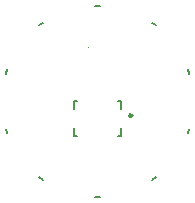
<source format=gto>
G04*
G04 #@! TF.GenerationSoftware,Altium Limited,Altium Designer,20.1.14 (287)*
G04*
G04 Layer_Color=65535*
%FSLAX43Y43*%
%MOMM*%
G71*
G04*
G04 #@! TF.SameCoordinates,4F5269AA-7076-45A1-A172-B2B228468667*
G04*
G04*
G04 #@! TF.FilePolarity,Positive*
G04*
G01*
G75*
%ADD10C,0.250*%
%ADD11C,0.100*%
%ADD12C,0.200*%
D10*
X2921Y-1200D02*
G03*
X2921Y-1200I-125J0D01*
G01*
D11*
X-760Y4520D02*
G03*
X-760Y4520I-50J0D01*
G01*
D12*
X-200Y8100D02*
X200D01*
X4599Y6671D02*
X4923Y6435D01*
X7642Y2693D02*
X7765Y2313D01*
X7642Y-2693D02*
X7765Y-2313D01*
X1766Y0D02*
X1946D01*
Y-680D02*
Y0D01*
Y-2900D02*
Y-2220D01*
X1766Y-2900D02*
X1946D01*
X-1954D02*
X-1774D01*
X-1954D02*
Y-2220D01*
Y0D02*
X-1774D01*
X-1954Y-680D02*
Y0D01*
X4599Y-6671D02*
X4923Y-6435D01*
X-200Y-8100D02*
X200Y-8100D01*
X-4923Y-6435D02*
X-4599Y-6671D01*
X-7765Y-2313D02*
X-7642Y-2693D01*
X-7765Y2313D02*
X-7642Y2693D01*
X-4923Y6435D02*
X-4599Y6671D01*
M02*

</source>
